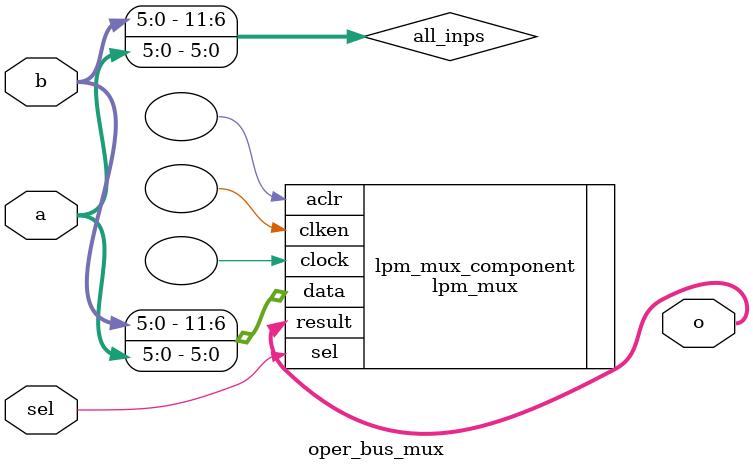
<source format=v>
module oper_bus_mux ( a, b, sel, o);
	parameter width_a = 6;
	parameter width_b = 6;
	parameter width_o = 6;
	input	[width_a-1:0]  a;
	input	[width_b-1:0]  b;
	input	 sel;
	output	[width_o-1:0] o;
	wire [width_a+width_b-1:0] all_inps;
	assign all_inps[width_a-1:0]=a[width_a-1:0];
	assign all_inps[width_a+width_b-1:width_a]=b[width_b-1:0];
   initial
    begin
        // check if width_a > 0
        if (width_a <= 0)
        begin
            $display("Error!  width_a must be greater than 0.\n");
            $display ("Time: %0t  Instance: %m", $time);
		end
        if (width_b <= 0)
        begin
            $display("Error!  width_o must be greater than 0.\n");
            $display ("Time: %0t  Instance: %m", $time);
		end
        if (width_a != width_b)
        begin
            $display("Error!  width_a must equal width_b.\n");
            $display ("Time: %0t  Instance: %m", $time);
		end
        if (width_a != width_o)
        begin
            $display("Error!  width_a must equal width_o.\n");
            $display ("Time: %0t  Instance: %m", $time);
		end
    end
	lpm_mux	lpm_mux_component (
				.data (all_inps),
				.sel(sel),
				.result (o),
			    .clock (),
			    .aclr (),
    			.clken ()
				);
	defparam
		lpm_mux_component.lpm_width = width_o,
		lpm_mux_component.lpm_size = 2,
		lpm_mux_component.lpm_widths = 1,
		lpm_mux_component.lpm_type = "lpm_mux";
endmodule
</source>
